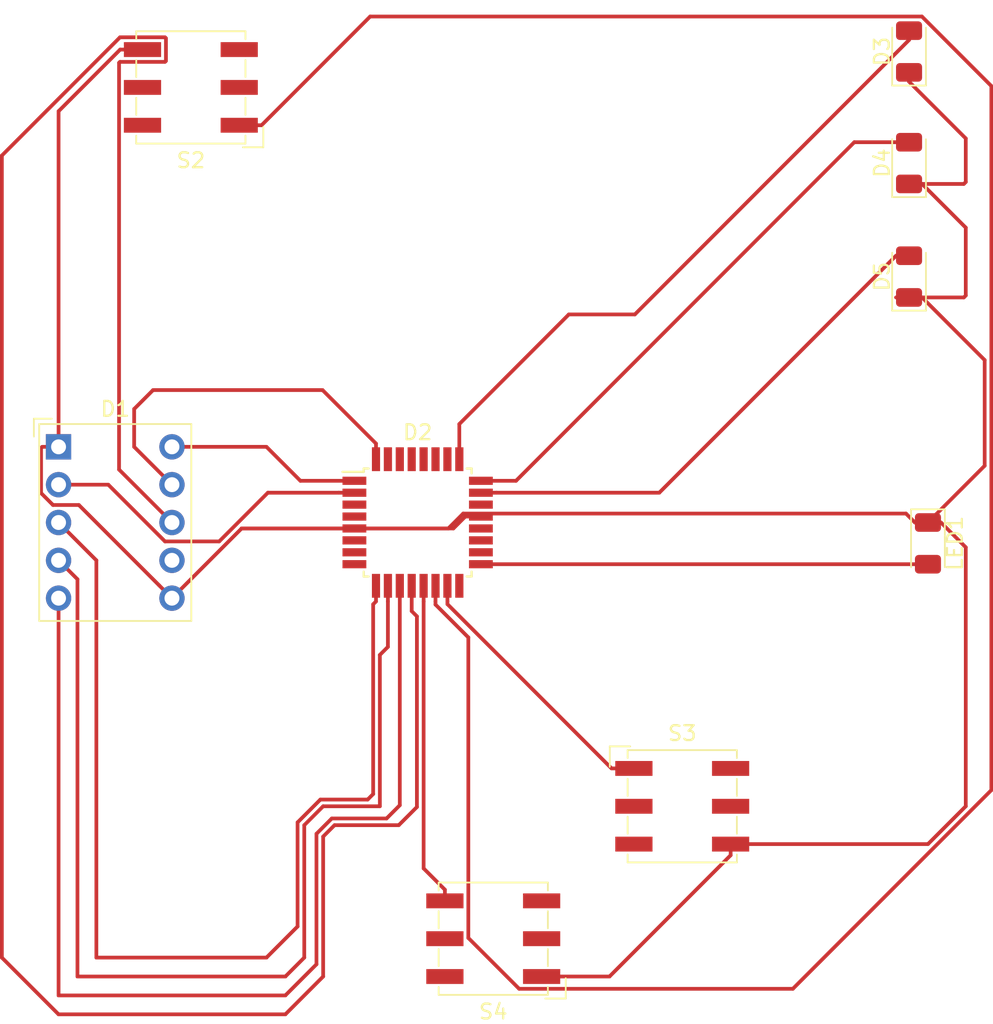
<source format=kicad_pcb>
(kicad_pcb (version 20171130) (host pcbnew 5.1.5+dfsg1-2build2)

  (general
    (thickness 1.6)
    (drawings 0)
    (tracks 141)
    (zones 0)
    (modules 9)
    (nets 33)
  )

  (page A4)
  (layers
    (0 F.Cu signal)
    (31 B.Cu signal)
    (32 B.Adhes user)
    (33 F.Adhes user)
    (34 B.Paste user)
    (35 F.Paste user)
    (36 B.SilkS user)
    (37 F.SilkS user)
    (38 B.Mask user)
    (39 F.Mask user)
    (40 Dwgs.User user)
    (41 Cmts.User user)
    (42 Eco1.User user)
    (43 Eco2.User user)
    (44 Edge.Cuts user)
    (45 Margin user)
    (46 B.CrtYd user)
    (47 F.CrtYd user)
    (48 B.Fab user)
    (49 F.Fab user)
  )

  (setup
    (last_trace_width 0.25)
    (trace_clearance 0.2)
    (zone_clearance 0.508)
    (zone_45_only no)
    (trace_min 0.2)
    (via_size 0.8)
    (via_drill 0.4)
    (via_min_size 0.4)
    (via_min_drill 0.3)
    (uvia_size 0.3)
    (uvia_drill 0.1)
    (uvias_allowed no)
    (uvia_min_size 0.2)
    (uvia_min_drill 0.1)
    (edge_width 0.05)
    (segment_width 0.2)
    (pcb_text_width 0.3)
    (pcb_text_size 1.5 1.5)
    (mod_edge_width 0.12)
    (mod_text_size 1 1)
    (mod_text_width 0.15)
    (pad_size 1.524 1.524)
    (pad_drill 0.762)
    (pad_to_mask_clearance 0.051)
    (solder_mask_min_width 0.25)
    (aux_axis_origin 0 0)
    (visible_elements FFFFFF7F)
    (pcbplotparams
      (layerselection 0x010fc_ffffffff)
      (usegerberextensions false)
      (usegerberattributes false)
      (usegerberadvancedattributes false)
      (creategerberjobfile false)
      (excludeedgelayer true)
      (linewidth 0.100000)
      (plotframeref false)
      (viasonmask false)
      (mode 1)
      (useauxorigin false)
      (hpglpennumber 1)
      (hpglpenspeed 20)
      (hpglpendiameter 15.000000)
      (psnegative false)
      (psa4output false)
      (plotreference true)
      (plotvalue true)
      (plotinvisibletext false)
      (padsonsilk false)
      (subtractmaskfromsilk false)
      (outputformat 1)
      (mirror false)
      (drillshape 1)
      (scaleselection 1)
      (outputdirectory ""))
  )

  (net 0 "")
  (net 1 "Net-(D1-Pad10)")
  (net 2 "Net-(D1-Pad9)")
  (net 3 "Net-(D1-Pad8)")
  (net 4 "Net-(D1-Pad7)")
  (net 5 GND)
  (net 6 "Net-(D1-Pad5)")
  (net 7 "Net-(D1-Pad4)")
  (net 8 "Net-(D1-Pad3)")
  (net 9 "Net-(D1-Pad2)")
  (net 10 "Net-(D2-Pad31)")
  (net 11 "Net-(D2-Pad30)")
  (net 12 "Net-(D2-Pad29)")
  (net 13 "Net-(D2-Pad28)")
  (net 14 "Net-(D2-Pad27)")
  (net 15 "Net-(D2-Pad26)")
  (net 16 "Net-(D2-Pad25)")
  (net 17 "Net-(D2-Pad24)")
  (net 18 "Net-(D2-Pad23)")
  (net 19 "Net-(D2-Pad22)")
  (net 20 "Net-(D2-Pad20)")
  (net 21 "Net-(D2-Pad19)")
  (net 22 "Net-(D2-Pad18)")
  (net 23 "Net-(D2-Pad17)")
  (net 24 "Net-(D2-Pad16)")
  (net 25 "Net-(D2-Pad15)")
  (net 26 "Net-(D2-Pad14)")
  (net 27 "Net-(D2-Pad13)")
  (net 28 "Net-(D2-Pad8)")
  (net 29 "Net-(D2-Pad7)")
  (net 30 "Net-(D2-Pad6)")
  (net 31 "Net-(D2-Pad4)")
  (net 32 "Net-(D2-Pad3)")

  (net_class Default "Это класс цепей по умолчанию."
    (clearance 0.2)
    (trace_width 0.25)
    (via_dia 0.8)
    (via_drill 0.4)
    (uvia_dia 0.3)
    (uvia_drill 0.1)
    (add_net GND)
    (add_net "Net-(D1-Pad10)")
    (add_net "Net-(D1-Pad2)")
    (add_net "Net-(D1-Pad3)")
    (add_net "Net-(D1-Pad4)")
    (add_net "Net-(D1-Pad5)")
    (add_net "Net-(D1-Pad7)")
    (add_net "Net-(D1-Pad8)")
    (add_net "Net-(D1-Pad9)")
    (add_net "Net-(D2-Pad13)")
    (add_net "Net-(D2-Pad14)")
    (add_net "Net-(D2-Pad15)")
    (add_net "Net-(D2-Pad16)")
    (add_net "Net-(D2-Pad17)")
    (add_net "Net-(D2-Pad18)")
    (add_net "Net-(D2-Pad19)")
    (add_net "Net-(D2-Pad20)")
    (add_net "Net-(D2-Pad22)")
    (add_net "Net-(D2-Pad23)")
    (add_net "Net-(D2-Pad24)")
    (add_net "Net-(D2-Pad25)")
    (add_net "Net-(D2-Pad26)")
    (add_net "Net-(D2-Pad27)")
    (add_net "Net-(D2-Pad28)")
    (add_net "Net-(D2-Pad29)")
    (add_net "Net-(D2-Pad3)")
    (add_net "Net-(D2-Pad30)")
    (add_net "Net-(D2-Pad31)")
    (add_net "Net-(D2-Pad4)")
    (add_net "Net-(D2-Pad6)")
    (add_net "Net-(D2-Pad7)")
    (add_net "Net-(D2-Pad8)")
  )

  (module Display_7Segment:Sx39-1xxxxx (layer F.Cu) (tedit 5D854641) (tstamp 6082AF24)
    (at 135.89 71.12)
    (descr "Single digit 7 segment LED display in red, yellow or green colour http://www.kingbrightusa.com/images/catalog/SPEC/sa39-11ewa.pdf")
    (tags "One digit LED 7 segment SA39-11 SC39-11 SA39-12 SC39-12")
    (path /607C12C6)
    (fp_text reference D1 (at 3.81 -2.54) (layer F.SilkS)
      (effects (font (size 1 1) (thickness 0.15)))
    )
    (fp_text value SA39-12SRWA (at 2.54 12.7) (layer F.Fab)
      (effects (font (size 1 1) (thickness 0.15)))
    )
    (fp_line (start -1.66 -1.89) (end -0.46 -1.89) (layer F.SilkS) (width 0.12))
    (fp_line (start -1.66 -0.69) (end -1.66 -1.89) (layer F.SilkS) (width 0.12))
    (fp_text user %R (at 3.81 5.08) (layer F.Fab)
      (effects (font (size 1 1) (thickness 0.15)))
    )
    (fp_line (start 8.92 -1.53) (end -1.3 -1.53) (layer F.SilkS) (width 0.12))
    (fp_line (start -1.3 -1.53) (end -1.3 11.69) (layer F.SilkS) (width 0.12))
    (fp_line (start -1.3 11.69) (end 8.92 11.69) (layer F.SilkS) (width 0.12))
    (fp_line (start 8.92 11.69) (end 8.92 -1.53) (layer F.SilkS) (width 0.12))
    (fp_line (start 8.81 -1.42) (end 8.81 11.58) (layer F.Fab) (width 0.1))
    (fp_line (start 8.81 11.58) (end -1.19 11.58) (layer F.Fab) (width 0.1))
    (fp_line (start -1.19 11.58) (end -1.19 -0.42) (layer F.Fab) (width 0.1))
    (fp_line (start -1.19 -0.42) (end -0.19 -1.42) (layer F.Fab) (width 0.1))
    (fp_line (start -0.19 -1.42) (end 8.81 -1.42) (layer F.Fab) (width 0.1))
    (fp_line (start 9.06 -1.67) (end 9.06 11.83) (layer F.CrtYd) (width 0.05))
    (fp_line (start 9.06 11.83) (end -1.44 11.83) (layer F.CrtYd) (width 0.05))
    (fp_line (start -1.44 11.83) (end -1.44 -1.67) (layer F.CrtYd) (width 0.05))
    (fp_line (start -1.44 -1.67) (end 9.06 -1.67) (layer F.CrtYd) (width 0.05))
    (pad 10 thru_hole circle (at 7.62 0) (size 1.7 1.7) (drill 1) (layers *.Cu *.Mask)
      (net 1 "Net-(D1-Pad10)"))
    (pad 9 thru_hole circle (at 7.62 2.54) (size 1.7 1.7) (drill 1) (layers *.Cu *.Mask)
      (net 2 "Net-(D1-Pad9)"))
    (pad 8 thru_hole circle (at 7.62 5.08) (size 1.7 1.7) (drill 1) (layers *.Cu *.Mask)
      (net 3 "Net-(D1-Pad8)"))
    (pad 7 thru_hole circle (at 7.62 7.62) (size 1.7 1.7) (drill 1) (layers *.Cu *.Mask)
      (net 4 "Net-(D1-Pad7)"))
    (pad 6 thru_hole circle (at 7.62 10.16) (size 1.7 1.7) (drill 1) (layers *.Cu *.Mask)
      (net 5 GND))
    (pad 5 thru_hole circle (at 0 10.16) (size 1.7 1.7) (drill 1) (layers *.Cu *.Mask)
      (net 6 "Net-(D1-Pad5)"))
    (pad 4 thru_hole circle (at 0 7.62) (size 1.7 1.7) (drill 1) (layers *.Cu *.Mask)
      (net 7 "Net-(D1-Pad4)"))
    (pad 3 thru_hole circle (at 0 5.08) (size 1.7 1.7) (drill 1) (layers *.Cu *.Mask)
      (net 8 "Net-(D1-Pad3)"))
    (pad 2 thru_hole circle (at 0 2.54) (size 1.7 1.7) (drill 1) (layers *.Cu *.Mask)
      (net 9 "Net-(D1-Pad2)"))
    (pad 1 thru_hole rect (at 0 0) (size 1.7 1.7) (drill 1) (layers *.Cu *.Mask)
      (net 5 GND))
    (model ${KISYS3DMOD}/Display_7Segment.3dshapes/Sx39-1xxxxx.wrl
      (at (xyz 0 0 0))
      (scale (xyz 1 1 1))
      (rotate (xyz 0 0 0))
    )
  )

  (module Package_QFP:TQFP-32_7x7mm_P0.8mm (layer F.Cu) (tedit 5A02F146) (tstamp 607AEC87)
    (at 160.02 76.2)
    (descr "32-Lead Plastic Thin Quad Flatpack (PT) - 7x7x1.0 mm Body, 2.00 mm [TQFP] (see Microchip Packaging Specification 00000049BS.pdf)")
    (tags "QFP 0.8")
    (path /6079A697)
    (attr smd)
    (fp_text reference D2 (at 0 -6.05) (layer F.SilkS)
      (effects (font (size 1 1) (thickness 0.15)))
    )
    (fp_text value ATmega328PB-AU (at 0 6.05) (layer F.Fab)
      (effects (font (size 1 1) (thickness 0.15)))
    )
    (fp_line (start -3.625 -3.4) (end -5.05 -3.4) (layer F.SilkS) (width 0.15))
    (fp_line (start 3.625 -3.625) (end 3.3 -3.625) (layer F.SilkS) (width 0.15))
    (fp_line (start 3.625 3.625) (end 3.3 3.625) (layer F.SilkS) (width 0.15))
    (fp_line (start -3.625 3.625) (end -3.3 3.625) (layer F.SilkS) (width 0.15))
    (fp_line (start -3.625 -3.625) (end -3.3 -3.625) (layer F.SilkS) (width 0.15))
    (fp_line (start -3.625 3.625) (end -3.625 3.3) (layer F.SilkS) (width 0.15))
    (fp_line (start 3.625 3.625) (end 3.625 3.3) (layer F.SilkS) (width 0.15))
    (fp_line (start 3.625 -3.625) (end 3.625 -3.3) (layer F.SilkS) (width 0.15))
    (fp_line (start -3.625 -3.625) (end -3.625 -3.4) (layer F.SilkS) (width 0.15))
    (fp_line (start -5.3 5.3) (end 5.3 5.3) (layer F.CrtYd) (width 0.05))
    (fp_line (start -5.3 -5.3) (end 5.3 -5.3) (layer F.CrtYd) (width 0.05))
    (fp_line (start 5.3 -5.3) (end 5.3 5.3) (layer F.CrtYd) (width 0.05))
    (fp_line (start -5.3 -5.3) (end -5.3 5.3) (layer F.CrtYd) (width 0.05))
    (fp_line (start -3.5 -2.5) (end -2.5 -3.5) (layer F.Fab) (width 0.15))
    (fp_line (start -3.5 3.5) (end -3.5 -2.5) (layer F.Fab) (width 0.15))
    (fp_line (start 3.5 3.5) (end -3.5 3.5) (layer F.Fab) (width 0.15))
    (fp_line (start 3.5 -3.5) (end 3.5 3.5) (layer F.Fab) (width 0.15))
    (fp_line (start -2.5 -3.5) (end 3.5 -3.5) (layer F.Fab) (width 0.15))
    (fp_text user %R (at 0 0) (layer F.Fab)
      (effects (font (size 1 1) (thickness 0.15)))
    )
    (pad 32 smd rect (at -2.8 -4.25 90) (size 1.6 0.55) (layers F.Cu F.Paste F.Mask)
      (net 2 "Net-(D1-Pad9)"))
    (pad 31 smd rect (at -2 -4.25 90) (size 1.6 0.55) (layers F.Cu F.Paste F.Mask)
      (net 10 "Net-(D2-Pad31)"))
    (pad 30 smd rect (at -1.2 -4.25 90) (size 1.6 0.55) (layers F.Cu F.Paste F.Mask)
      (net 11 "Net-(D2-Pad30)"))
    (pad 29 smd rect (at -0.4 -4.25 90) (size 1.6 0.55) (layers F.Cu F.Paste F.Mask)
      (net 12 "Net-(D2-Pad29)"))
    (pad 28 smd rect (at 0.4 -4.25 90) (size 1.6 0.55) (layers F.Cu F.Paste F.Mask)
      (net 13 "Net-(D2-Pad28)"))
    (pad 27 smd rect (at 1.2 -4.25 90) (size 1.6 0.55) (layers F.Cu F.Paste F.Mask)
      (net 14 "Net-(D2-Pad27)"))
    (pad 26 smd rect (at 2 -4.25 90) (size 1.6 0.55) (layers F.Cu F.Paste F.Mask)
      (net 15 "Net-(D2-Pad26)"))
    (pad 25 smd rect (at 2.8 -4.25 90) (size 1.6 0.55) (layers F.Cu F.Paste F.Mask)
      (net 16 "Net-(D2-Pad25)"))
    (pad 24 smd rect (at 4.25 -2.8) (size 1.6 0.55) (layers F.Cu F.Paste F.Mask)
      (net 17 "Net-(D2-Pad24)"))
    (pad 23 smd rect (at 4.25 -2) (size 1.6 0.55) (layers F.Cu F.Paste F.Mask)
      (net 18 "Net-(D2-Pad23)"))
    (pad 22 smd rect (at 4.25 -1.2) (size 1.6 0.55) (layers F.Cu F.Paste F.Mask)
      (net 19 "Net-(D2-Pad22)"))
    (pad 21 smd rect (at 4.25 -0.4) (size 1.6 0.55) (layers F.Cu F.Paste F.Mask)
      (net 5 GND))
    (pad 20 smd rect (at 4.25 0.4) (size 1.6 0.55) (layers F.Cu F.Paste F.Mask)
      (net 20 "Net-(D2-Pad20)"))
    (pad 19 smd rect (at 4.25 1.2) (size 1.6 0.55) (layers F.Cu F.Paste F.Mask)
      (net 21 "Net-(D2-Pad19)"))
    (pad 18 smd rect (at 4.25 2) (size 1.6 0.55) (layers F.Cu F.Paste F.Mask)
      (net 22 "Net-(D2-Pad18)"))
    (pad 17 smd rect (at 4.25 2.8) (size 1.6 0.55) (layers F.Cu F.Paste F.Mask)
      (net 23 "Net-(D2-Pad17)"))
    (pad 16 smd rect (at 2.8 4.25 90) (size 1.6 0.55) (layers F.Cu F.Paste F.Mask)
      (net 24 "Net-(D2-Pad16)"))
    (pad 15 smd rect (at 2 4.25 90) (size 1.6 0.55) (layers F.Cu F.Paste F.Mask)
      (net 25 "Net-(D2-Pad15)"))
    (pad 14 smd rect (at 1.2 4.25 90) (size 1.6 0.55) (layers F.Cu F.Paste F.Mask)
      (net 26 "Net-(D2-Pad14)"))
    (pad 13 smd rect (at 0.4 4.25 90) (size 1.6 0.55) (layers F.Cu F.Paste F.Mask)
      (net 27 "Net-(D2-Pad13)"))
    (pad 12 smd rect (at -0.4 4.25 90) (size 1.6 0.55) (layers F.Cu F.Paste F.Mask)
      (net 3 "Net-(D1-Pad8)"))
    (pad 11 smd rect (at -1.2 4.25 90) (size 1.6 0.55) (layers F.Cu F.Paste F.Mask)
      (net 6 "Net-(D1-Pad5)"))
    (pad 10 smd rect (at -2 4.25 90) (size 1.6 0.55) (layers F.Cu F.Paste F.Mask)
      (net 7 "Net-(D1-Pad4)"))
    (pad 9 smd rect (at -2.8 4.25 90) (size 1.6 0.55) (layers F.Cu F.Paste F.Mask)
      (net 8 "Net-(D1-Pad3)"))
    (pad 8 smd rect (at -4.25 2.8) (size 1.6 0.55) (layers F.Cu F.Paste F.Mask)
      (net 28 "Net-(D2-Pad8)"))
    (pad 7 smd rect (at -4.25 2) (size 1.6 0.55) (layers F.Cu F.Paste F.Mask)
      (net 29 "Net-(D2-Pad7)"))
    (pad 6 smd rect (at -4.25 1.2) (size 1.6 0.55) (layers F.Cu F.Paste F.Mask)
      (net 30 "Net-(D2-Pad6)"))
    (pad 5 smd rect (at -4.25 0.4) (size 1.6 0.55) (layers F.Cu F.Paste F.Mask)
      (net 5 GND))
    (pad 4 smd rect (at -4.25 -0.4) (size 1.6 0.55) (layers F.Cu F.Paste F.Mask)
      (net 31 "Net-(D2-Pad4)"))
    (pad 3 smd rect (at -4.25 -1.2) (size 1.6 0.55) (layers F.Cu F.Paste F.Mask)
      (net 32 "Net-(D2-Pad3)"))
    (pad 2 smd rect (at -4.25 -2) (size 1.6 0.55) (layers F.Cu F.Paste F.Mask)
      (net 9 "Net-(D1-Pad2)"))
    (pad 1 smd rect (at -4.25 -2.8) (size 1.6 0.55) (layers F.Cu F.Paste F.Mask)
      (net 1 "Net-(D1-Pad10)"))
    (model ${KISYS3DMOD}/Package_QFP.3dshapes/TQFP-32_7x7mm_P0.8mm.wrl
      (at (xyz 0 0 0))
      (scale (xyz 1 1 1))
      (rotate (xyz 0 0 0))
    )
  )

  (module Diode_SMD:D_1206_3216Metric (layer F.Cu) (tedit 5B301BBE) (tstamp 607AEC9A)
    (at 193.04 44.58 90)
    (descr "Diode SMD 1206 (3216 Metric), square (rectangular) end terminal, IPC_7351 nominal, (Body size source: http://www.tortai-tech.com/upload/download/2011102023233369053.pdf), generated with kicad-footprint-generator")
    (tags diode)
    (path /607A2FF4)
    (attr smd)
    (fp_text reference D3 (at 0 -1.82 90) (layer F.SilkS)
      (effects (font (size 1 1) (thickness 0.15)))
    )
    (fp_text value Красный (at 0 1.82 90) (layer F.Fab)
      (effects (font (size 1 1) (thickness 0.15)))
    )
    (fp_text user %R (at 0 0 90) (layer F.Fab)
      (effects (font (size 0.8 0.8) (thickness 0.12)))
    )
    (fp_line (start 2.28 1.12) (end -2.28 1.12) (layer F.CrtYd) (width 0.05))
    (fp_line (start 2.28 -1.12) (end 2.28 1.12) (layer F.CrtYd) (width 0.05))
    (fp_line (start -2.28 -1.12) (end 2.28 -1.12) (layer F.CrtYd) (width 0.05))
    (fp_line (start -2.28 1.12) (end -2.28 -1.12) (layer F.CrtYd) (width 0.05))
    (fp_line (start -2.285 1.135) (end 1.6 1.135) (layer F.SilkS) (width 0.12))
    (fp_line (start -2.285 -1.135) (end -2.285 1.135) (layer F.SilkS) (width 0.12))
    (fp_line (start 1.6 -1.135) (end -2.285 -1.135) (layer F.SilkS) (width 0.12))
    (fp_line (start 1.6 0.8) (end 1.6 -0.8) (layer F.Fab) (width 0.1))
    (fp_line (start -1.6 0.8) (end 1.6 0.8) (layer F.Fab) (width 0.1))
    (fp_line (start -1.6 -0.4) (end -1.6 0.8) (layer F.Fab) (width 0.1))
    (fp_line (start -1.2 -0.8) (end -1.6 -0.4) (layer F.Fab) (width 0.1))
    (fp_line (start 1.6 -0.8) (end -1.2 -0.8) (layer F.Fab) (width 0.1))
    (pad 2 smd roundrect (at 1.4 0 90) (size 1.25 1.75) (layers F.Cu F.Paste F.Mask) (roundrect_rratio 0.2)
      (net 16 "Net-(D2-Pad25)"))
    (pad 1 smd roundrect (at -1.4 0 90) (size 1.25 1.75) (layers F.Cu F.Paste F.Mask) (roundrect_rratio 0.2)
      (net 5 GND))
    (model ${KISYS3DMOD}/Diode_SMD.3dshapes/D_1206_3216Metric.wrl
      (at (xyz 0 0 0))
      (scale (xyz 1 1 1))
      (rotate (xyz 0 0 0))
    )
  )

  (module Diode_SMD:D_1206_3216Metric (layer F.Cu) (tedit 5B301BBE) (tstamp 607AECAD)
    (at 193.04 52.07 90)
    (descr "Diode SMD 1206 (3216 Metric), square (rectangular) end terminal, IPC_7351 nominal, (Body size source: http://www.tortai-tech.com/upload/download/2011102023233369053.pdf), generated with kicad-footprint-generator")
    (tags diode)
    (path /607A571B)
    (attr smd)
    (fp_text reference D4 (at 0 -1.82 90) (layer F.SilkS)
      (effects (font (size 1 1) (thickness 0.15)))
    )
    (fp_text value желтый (at 0 1.82 90) (layer F.Fab)
      (effects (font (size 1 1) (thickness 0.15)))
    )
    (fp_text user %R (at 0 0 90) (layer F.Fab)
      (effects (font (size 0.8 0.8) (thickness 0.12)))
    )
    (fp_line (start 2.28 1.12) (end -2.28 1.12) (layer F.CrtYd) (width 0.05))
    (fp_line (start 2.28 -1.12) (end 2.28 1.12) (layer F.CrtYd) (width 0.05))
    (fp_line (start -2.28 -1.12) (end 2.28 -1.12) (layer F.CrtYd) (width 0.05))
    (fp_line (start -2.28 1.12) (end -2.28 -1.12) (layer F.CrtYd) (width 0.05))
    (fp_line (start -2.285 1.135) (end 1.6 1.135) (layer F.SilkS) (width 0.12))
    (fp_line (start -2.285 -1.135) (end -2.285 1.135) (layer F.SilkS) (width 0.12))
    (fp_line (start 1.6 -1.135) (end -2.285 -1.135) (layer F.SilkS) (width 0.12))
    (fp_line (start 1.6 0.8) (end 1.6 -0.8) (layer F.Fab) (width 0.1))
    (fp_line (start -1.6 0.8) (end 1.6 0.8) (layer F.Fab) (width 0.1))
    (fp_line (start -1.6 -0.4) (end -1.6 0.8) (layer F.Fab) (width 0.1))
    (fp_line (start -1.2 -0.8) (end -1.6 -0.4) (layer F.Fab) (width 0.1))
    (fp_line (start 1.6 -0.8) (end -1.2 -0.8) (layer F.Fab) (width 0.1))
    (pad 2 smd roundrect (at 1.4 0 90) (size 1.25 1.75) (layers F.Cu F.Paste F.Mask) (roundrect_rratio 0.2)
      (net 17 "Net-(D2-Pad24)"))
    (pad 1 smd roundrect (at -1.4 0 90) (size 1.25 1.75) (layers F.Cu F.Paste F.Mask) (roundrect_rratio 0.2)
      (net 5 GND))
    (model ${KISYS3DMOD}/Diode_SMD.3dshapes/D_1206_3216Metric.wrl
      (at (xyz 0 0 0))
      (scale (xyz 1 1 1))
      (rotate (xyz 0 0 0))
    )
  )

  (module Diode_SMD:D_1206_3216Metric (layer F.Cu) (tedit 5B301BBE) (tstamp 607AECC0)
    (at 193.04 59.69 90)
    (descr "Diode SMD 1206 (3216 Metric), square (rectangular) end terminal, IPC_7351 nominal, (Body size source: http://www.tortai-tech.com/upload/download/2011102023233369053.pdf), generated with kicad-footprint-generator")
    (tags diode)
    (path /607A70C6)
    (attr smd)
    (fp_text reference D5 (at 0 -1.82 90) (layer F.SilkS)
      (effects (font (size 1 1) (thickness 0.15)))
    )
    (fp_text value зеленый (at 0 1.82 90) (layer F.Fab)
      (effects (font (size 1 1) (thickness 0.15)))
    )
    (fp_text user %R (at -1.27 -7.62 90) (layer F.Fab)
      (effects (font (size 0.8 0.8) (thickness 0.12)))
    )
    (fp_line (start 2.28 1.12) (end -2.28 1.12) (layer F.CrtYd) (width 0.05))
    (fp_line (start 2.28 -1.12) (end 2.28 1.12) (layer F.CrtYd) (width 0.05))
    (fp_line (start -2.28 -1.12) (end 2.28 -1.12) (layer F.CrtYd) (width 0.05))
    (fp_line (start -2.28 1.12) (end -2.28 -1.12) (layer F.CrtYd) (width 0.05))
    (fp_line (start -2.285 1.135) (end 1.6 1.135) (layer F.SilkS) (width 0.12))
    (fp_line (start -2.285 -1.135) (end -2.285 1.135) (layer F.SilkS) (width 0.12))
    (fp_line (start 1.6 -1.135) (end -2.285 -1.135) (layer F.SilkS) (width 0.12))
    (fp_line (start 1.6 0.8) (end 1.6 -0.8) (layer F.Fab) (width 0.1))
    (fp_line (start -1.6 0.8) (end 1.6 0.8) (layer F.Fab) (width 0.1))
    (fp_line (start -1.6 -0.4) (end -1.6 0.8) (layer F.Fab) (width 0.1))
    (fp_line (start -1.2 -0.8) (end -1.6 -0.4) (layer F.Fab) (width 0.1))
    (fp_line (start 1.6 -0.8) (end -1.2 -0.8) (layer F.Fab) (width 0.1))
    (pad 2 smd roundrect (at 1.4 0 90) (size 1.25 1.75) (layers F.Cu F.Paste F.Mask) (roundrect_rratio 0.2)
      (net 18 "Net-(D2-Pad23)"))
    (pad 1 smd roundrect (at -1.4 0 90) (size 1.25 1.75) (layers F.Cu F.Paste F.Mask) (roundrect_rratio 0.2)
      (net 5 GND))
    (model ${KISYS3DMOD}/Diode_SMD.3dshapes/D_1206_3216Metric.wrl
      (at (xyz 0 0 0))
      (scale (xyz 1 1 1))
      (rotate (xyz 0 0 0))
    )
  )

  (module Diode_SMD:D_1206_3216Metric (layer F.Cu) (tedit 5B301BBE) (tstamp 607AECD3)
    (at 194.31 77.6 270)
    (descr "Diode SMD 1206 (3216 Metric), square (rectangular) end terminal, IPC_7351 nominal, (Body size source: http://www.tortai-tech.com/upload/download/2011102023233369053.pdf), generated with kicad-footprint-generator")
    (tags diode)
    (path /607A5C28)
    (attr smd)
    (fp_text reference LED1 (at 0 -1.82 90) (layer F.SilkS)
      (effects (font (size 1 1) (thickness 0.15)))
    )
    (fp_text value LED_Small (at 0 1.82 90) (layer F.Fab)
      (effects (font (size 1 1) (thickness 0.15)))
    )
    (fp_text user %R (at 0 0 90) (layer F.Fab)
      (effects (font (size 0.8 0.8) (thickness 0.12)))
    )
    (fp_line (start 2.28 1.12) (end -2.28 1.12) (layer F.CrtYd) (width 0.05))
    (fp_line (start 2.28 -1.12) (end 2.28 1.12) (layer F.CrtYd) (width 0.05))
    (fp_line (start -2.28 -1.12) (end 2.28 -1.12) (layer F.CrtYd) (width 0.05))
    (fp_line (start -2.28 1.12) (end -2.28 -1.12) (layer F.CrtYd) (width 0.05))
    (fp_line (start -2.285 1.135) (end 1.6 1.135) (layer F.SilkS) (width 0.12))
    (fp_line (start -2.285 -1.135) (end -2.285 1.135) (layer F.SilkS) (width 0.12))
    (fp_line (start 1.6 -1.135) (end -2.285 -1.135) (layer F.SilkS) (width 0.12))
    (fp_line (start 1.6 0.8) (end 1.6 -0.8) (layer F.Fab) (width 0.1))
    (fp_line (start -1.6 0.8) (end 1.6 0.8) (layer F.Fab) (width 0.1))
    (fp_line (start -1.6 -0.4) (end -1.6 0.8) (layer F.Fab) (width 0.1))
    (fp_line (start -1.2 -0.8) (end -1.6 -0.4) (layer F.Fab) (width 0.1))
    (fp_line (start 1.6 -0.8) (end -1.2 -0.8) (layer F.Fab) (width 0.1))
    (pad 2 smd roundrect (at 1.4 0 270) (size 1.25 1.75) (layers F.Cu F.Paste F.Mask) (roundrect_rratio 0.2)
      (net 23 "Net-(D2-Pad17)"))
    (pad 1 smd roundrect (at -1.4 0 270) (size 1.25 1.75) (layers F.Cu F.Paste F.Mask) (roundrect_rratio 0.2)
      (net 5 GND))
    (model ${KISYS3DMOD}/Diode_SMD.3dshapes/D_1206_3216Metric.wrl
      (at (xyz 0 0 0))
      (scale (xyz 1 1 1))
      (rotate (xyz 0 0 0))
    )
  )

  (module Button_Switch_SMD:Nidec_Copal_SH-7010A (layer F.Cu) (tedit 5A02FC95) (tstamp 6082AE71)
    (at 144.78 46.99 180)
    (descr "4-bit rotary coded switch, J-hook, https://www.nidec-copal-electronics.com/e/catalog/switch/sh-7000.pdf")
    (tags "rotary switch bcd")
    (path /607D81BA)
    (attr smd)
    (fp_text reference S2 (at 0 -4.9) (layer F.SilkS)
      (effects (font (size 1 1) (thickness 0.15)))
    )
    (fp_text value SW_Push (at 0 4.9) (layer F.Fab)
      (effects (font (size 1 1) (thickness 0.15)))
    )
    (fp_text user %R (at 0 0) (layer F.Fab)
      (effects (font (size 1 1) (thickness 0.15)))
    )
    (fp_line (start 4.75 -3.9) (end -4.75 -3.9) (layer F.CrtYd) (width 0.05))
    (fp_line (start 4.75 3.9) (end 4.75 -3.9) (layer F.CrtYd) (width 0.05))
    (fp_line (start -4.75 3.9) (end 4.75 3.9) (layer F.CrtYd) (width 0.05))
    (fp_line (start -4.75 -3.9) (end -4.75 3.9) (layer F.CrtYd) (width 0.05))
    (fp_line (start -4.87 -4.02) (end -3.5 -4.02) (layer F.SilkS) (width 0.12))
    (fp_line (start -4.87 -2.65) (end -4.87 -4.02) (layer F.SilkS) (width 0.12))
    (fp_line (start 3.67 0.7) (end 3.67 1.84) (layer F.SilkS) (width 0.12))
    (fp_line (start 3.67 -1.84) (end 3.67 -0.7) (layer F.SilkS) (width 0.12))
    (fp_line (start -3.67 0.7) (end -3.67 1.84) (layer F.SilkS) (width 0.12))
    (fp_line (start -3.67 -1.84) (end -3.67 -0.7) (layer F.SilkS) (width 0.12))
    (fp_line (start 3.67 3.77) (end 3.67 3.24) (layer F.SilkS) (width 0.12))
    (fp_line (start -3.67 3.77) (end 3.67 3.77) (layer F.SilkS) (width 0.12))
    (fp_line (start -3.67 3.24) (end -3.67 3.77) (layer F.SilkS) (width 0.12))
    (fp_line (start 3.67 -3.77) (end 3.67 -3.24) (layer F.SilkS) (width 0.12))
    (fp_line (start -3.67 -3.77) (end 3.67 -3.77) (layer F.SilkS) (width 0.12))
    (fp_line (start -3.67 -3.24) (end -3.67 -3.77) (layer F.SilkS) (width 0.12))
    (fp_line (start -3.55 -2.65) (end -2.55 -3.65) (layer F.Fab) (width 0.1))
    (fp_line (start -3.55 3.65) (end -3.55 -2.65) (layer F.Fab) (width 0.1))
    (fp_line (start 3.55 3.65) (end -3.55 3.65) (layer F.Fab) (width 0.1))
    (fp_line (start 3.55 -3.65) (end 3.55 3.65) (layer F.Fab) (width 0.1))
    (fp_line (start -2.55 -3.65) (end 3.55 -3.65) (layer F.Fab) (width 0.1))
    (pad 2 smd rect (at 3.25 2.54 180) (size 2.5 1) (layers F.Cu F.Paste F.Mask)
      (net 5 GND))
    (pad 4 smd rect (at -3.25 2.54 180) (size 2.5 1) (layers F.Cu F.Paste F.Mask))
    (pad C smd rect (at 3.25 0 180) (size 2.5 1) (layers F.Cu F.Paste F.Mask))
    (pad C smd rect (at -3.25 0 180) (size 2.5 1) (layers F.Cu F.Paste F.Mask))
    (pad 8 smd rect (at 3.25 -2.54 180) (size 2.5 1) (layers F.Cu F.Paste F.Mask))
    (pad 1 smd rect (at -3.25 -2.54 180) (size 2.5 1) (layers F.Cu F.Paste F.Mask)
      (net 26 "Net-(D2-Pad14)"))
    (model ${KISYS3DMOD}/Button_Switch_SMD.3dshapes/Nidec_Copal_SH-7010A.wrl
      (at (xyz 0 0 0))
      (scale (xyz 1 1 1))
      (rotate (xyz 0 0 0))
    )
  )

  (module Button_Switch_SMD:Nidec_Copal_SH-7010A (layer F.Cu) (tedit 5A02FC95) (tstamp 607AED13)
    (at 177.8 95.25)
    (descr "4-bit rotary coded switch, J-hook, https://www.nidec-copal-electronics.com/e/catalog/switch/sh-7000.pdf")
    (tags "rotary switch bcd")
    (path /607D8D5B)
    (attr smd)
    (fp_text reference S3 (at 0 -4.9) (layer F.SilkS)
      (effects (font (size 1 1) (thickness 0.15)))
    )
    (fp_text value SW_Push (at 0 4.9) (layer F.Fab)
      (effects (font (size 1 1) (thickness 0.15)))
    )
    (fp_text user %R (at 0 0) (layer F.Fab)
      (effects (font (size 1 1) (thickness 0.15)))
    )
    (fp_line (start 4.75 -3.9) (end -4.75 -3.9) (layer F.CrtYd) (width 0.05))
    (fp_line (start 4.75 3.9) (end 4.75 -3.9) (layer F.CrtYd) (width 0.05))
    (fp_line (start -4.75 3.9) (end 4.75 3.9) (layer F.CrtYd) (width 0.05))
    (fp_line (start -4.75 -3.9) (end -4.75 3.9) (layer F.CrtYd) (width 0.05))
    (fp_line (start -4.87 -4.02) (end -3.5 -4.02) (layer F.SilkS) (width 0.12))
    (fp_line (start -4.87 -2.65) (end -4.87 -4.02) (layer F.SilkS) (width 0.12))
    (fp_line (start 3.67 0.7) (end 3.67 1.84) (layer F.SilkS) (width 0.12))
    (fp_line (start 3.67 -1.84) (end 3.67 -0.7) (layer F.SilkS) (width 0.12))
    (fp_line (start -3.67 0.7) (end -3.67 1.84) (layer F.SilkS) (width 0.12))
    (fp_line (start -3.67 -1.84) (end -3.67 -0.7) (layer F.SilkS) (width 0.12))
    (fp_line (start 3.67 3.77) (end 3.67 3.24) (layer F.SilkS) (width 0.12))
    (fp_line (start -3.67 3.77) (end 3.67 3.77) (layer F.SilkS) (width 0.12))
    (fp_line (start -3.67 3.24) (end -3.67 3.77) (layer F.SilkS) (width 0.12))
    (fp_line (start 3.67 -3.77) (end 3.67 -3.24) (layer F.SilkS) (width 0.12))
    (fp_line (start -3.67 -3.77) (end 3.67 -3.77) (layer F.SilkS) (width 0.12))
    (fp_line (start -3.67 -3.24) (end -3.67 -3.77) (layer F.SilkS) (width 0.12))
    (fp_line (start -3.55 -2.65) (end -2.55 -3.65) (layer F.Fab) (width 0.1))
    (fp_line (start -3.55 3.65) (end -3.55 -2.65) (layer F.Fab) (width 0.1))
    (fp_line (start 3.55 3.65) (end -3.55 3.65) (layer F.Fab) (width 0.1))
    (fp_line (start 3.55 -3.65) (end 3.55 3.65) (layer F.Fab) (width 0.1))
    (fp_line (start -2.55 -3.65) (end 3.55 -3.65) (layer F.Fab) (width 0.1))
    (pad 2 smd rect (at 3.25 2.54) (size 2.5 1) (layers F.Cu F.Paste F.Mask)
      (net 5 GND))
    (pad 4 smd rect (at -3.25 2.54) (size 2.5 1) (layers F.Cu F.Paste F.Mask))
    (pad C smd rect (at 3.25 0) (size 2.5 1) (layers F.Cu F.Paste F.Mask))
    (pad C smd rect (at -3.25 0) (size 2.5 1) (layers F.Cu F.Paste F.Mask))
    (pad 8 smd rect (at 3.25 -2.54) (size 2.5 1) (layers F.Cu F.Paste F.Mask))
    (pad 1 smd rect (at -3.25 -2.54) (size 2.5 1) (layers F.Cu F.Paste F.Mask)
      (net 25 "Net-(D2-Pad15)"))
    (model ${KISYS3DMOD}/Button_Switch_SMD.3dshapes/Nidec_Copal_SH-7010A.wrl
      (at (xyz 0 0 0))
      (scale (xyz 1 1 1))
      (rotate (xyz 0 0 0))
    )
  )

  (module Button_Switch_SMD:Nidec_Copal_SH-7010A (layer F.Cu) (tedit 5A02FC95) (tstamp 6082C7C9)
    (at 165.1 104.14 180)
    (descr "4-bit rotary coded switch, J-hook, https://www.nidec-copal-electronics.com/e/catalog/switch/sh-7000.pdf")
    (tags "rotary switch bcd")
    (path /607C2447)
    (attr smd)
    (fp_text reference S4 (at 0 -4.9) (layer F.SilkS)
      (effects (font (size 1 1) (thickness 0.15)))
    )
    (fp_text value SP1 (at 0 4.9) (layer F.Fab)
      (effects (font (size 1 1) (thickness 0.15)))
    )
    (fp_text user %R (at 0 0) (layer F.Fab)
      (effects (font (size 1 1) (thickness 0.15)))
    )
    (fp_line (start 4.75 -3.9) (end -4.75 -3.9) (layer F.CrtYd) (width 0.05))
    (fp_line (start 4.75 3.9) (end 4.75 -3.9) (layer F.CrtYd) (width 0.05))
    (fp_line (start -4.75 3.9) (end 4.75 3.9) (layer F.CrtYd) (width 0.05))
    (fp_line (start -4.75 -3.9) (end -4.75 3.9) (layer F.CrtYd) (width 0.05))
    (fp_line (start -4.87 -4.02) (end -3.5 -4.02) (layer F.SilkS) (width 0.12))
    (fp_line (start -4.87 -2.65) (end -4.87 -4.02) (layer F.SilkS) (width 0.12))
    (fp_line (start 3.67 0.7) (end 3.67 1.84) (layer F.SilkS) (width 0.12))
    (fp_line (start 3.67 -1.84) (end 3.67 -0.7) (layer F.SilkS) (width 0.12))
    (fp_line (start -3.67 0.7) (end -3.67 1.84) (layer F.SilkS) (width 0.12))
    (fp_line (start -3.67 -1.84) (end -3.67 -0.7) (layer F.SilkS) (width 0.12))
    (fp_line (start 3.67 3.77) (end 3.67 3.24) (layer F.SilkS) (width 0.12))
    (fp_line (start -3.67 3.77) (end 3.67 3.77) (layer F.SilkS) (width 0.12))
    (fp_line (start -3.67 3.24) (end -3.67 3.77) (layer F.SilkS) (width 0.12))
    (fp_line (start 3.67 -3.77) (end 3.67 -3.24) (layer F.SilkS) (width 0.12))
    (fp_line (start -3.67 -3.77) (end 3.67 -3.77) (layer F.SilkS) (width 0.12))
    (fp_line (start -3.67 -3.24) (end -3.67 -3.77) (layer F.SilkS) (width 0.12))
    (fp_line (start -3.55 -2.65) (end -2.55 -3.65) (layer F.Fab) (width 0.1))
    (fp_line (start -3.55 3.65) (end -3.55 -2.65) (layer F.Fab) (width 0.1))
    (fp_line (start 3.55 3.65) (end -3.55 3.65) (layer F.Fab) (width 0.1))
    (fp_line (start 3.55 -3.65) (end 3.55 3.65) (layer F.Fab) (width 0.1))
    (fp_line (start -2.55 -3.65) (end 3.55 -3.65) (layer F.Fab) (width 0.1))
    (pad 2 smd rect (at 3.25 2.54 180) (size 2.5 1) (layers F.Cu F.Paste F.Mask)
      (net 27 "Net-(D2-Pad13)"))
    (pad 4 smd rect (at -3.25 2.54 180) (size 2.5 1) (layers F.Cu F.Paste F.Mask))
    (pad C smd rect (at 3.25 0 180) (size 2.5 1) (layers F.Cu F.Paste F.Mask))
    (pad C smd rect (at -3.25 0 180) (size 2.5 1) (layers F.Cu F.Paste F.Mask))
    (pad 8 smd rect (at 3.25 -2.54 180) (size 2.5 1) (layers F.Cu F.Paste F.Mask))
    (pad 1 smd rect (at -3.25 -2.54 180) (size 2.5 1) (layers F.Cu F.Paste F.Mask)
      (net 5 GND))
    (model ${KISYS3DMOD}/Button_Switch_SMD.3dshapes/Nidec_Copal_SH-7010A.wrl
      (at (xyz 0 0 0))
      (scale (xyz 1 1 1))
      (rotate (xyz 0 0 0))
    )
  )

  (segment (start 143.51 71.12) (end 149.86 71.12) (width 0.25) (layer F.Cu) (net 1))
  (segment (start 152.14 73.4) (end 155.77 73.4) (width 0.25) (layer F.Cu) (net 1))
  (segment (start 149.86 71.12) (end 152.14 73.4) (width 0.25) (layer F.Cu) (net 1))
  (segment (start 143.51 73.66) (end 140.97 71.12) (width 0.25) (layer F.Cu) (net 2))
  (segment (start 140.97 71.12) (end 140.97 68.58) (width 0.25) (layer F.Cu) (net 2))
  (segment (start 140.97 68.58) (end 142.24 67.31) (width 0.25) (layer F.Cu) (net 2))
  (segment (start 157.22 70.9) (end 157.22 71.95) (width 0.25) (layer F.Cu) (net 2))
  (segment (start 153.63 67.31) (end 157.22 70.9) (width 0.25) (layer F.Cu) (net 2))
  (segment (start 142.24 67.31) (end 153.63 67.31) (width 0.25) (layer F.Cu) (net 2))
  (segment (start 135.89 109.22) (end 151.13 109.22) (width 0.25) (layer F.Cu) (net 3))
  (segment (start 151.13 109.22) (end 153.67 106.68) (width 0.25) (layer F.Cu) (net 3))
  (segment (start 132.08 51.564998) (end 132.08 105.41) (width 0.25) (layer F.Cu) (net 3))
  (segment (start 143.040001 43.624999) (end 140.019999 43.624999) (width 0.25) (layer F.Cu) (net 3))
  (segment (start 140.019999 43.624999) (end 132.08 51.564998) (width 0.25) (layer F.Cu) (net 3))
  (segment (start 132.08 105.41) (end 135.89 109.22) (width 0.25) (layer F.Cu) (net 3))
  (segment (start 143.105001 45.210001) (end 143.105001 43.689999) (width 0.25) (layer F.Cu) (net 3))
  (segment (start 159.96999 95.30001) (end 159.96999 82.49999) (width 0.25) (layer F.Cu) (net 3))
  (segment (start 143.040001 45.275001) (end 143.105001 45.210001) (width 0.25) (layer F.Cu) (net 3))
  (segment (start 140.019999 45.275001) (end 143.040001 45.275001) (width 0.25) (layer F.Cu) (net 3))
  (segment (start 139.954999 45.340001) (end 140.019999 45.275001) (width 0.25) (layer F.Cu) (net 3))
  (segment (start 143.105001 43.689999) (end 143.040001 43.624999) (width 0.25) (layer F.Cu) (net 3))
  (segment (start 158.75 96.52) (end 159.96999 95.30001) (width 0.25) (layer F.Cu) (net 3))
  (segment (start 139.954999 72.644999) (end 139.954999 45.340001) (width 0.25) (layer F.Cu) (net 3))
  (segment (start 143.51 76.2) (end 139.954999 72.644999) (width 0.25) (layer F.Cu) (net 3))
  (segment (start 153.67 106.68) (end 153.67 97.284998) (width 0.25) (layer F.Cu) (net 3))
  (segment (start 153.67 97.284998) (end 154.434998 96.52) (width 0.25) (layer F.Cu) (net 3))
  (segment (start 154.434998 96.52) (end 158.75 96.52) (width 0.25) (layer F.Cu) (net 3))
  (segment (start 159.96999 82.49999) (end 159.62 82.15) (width 0.25) (layer F.Cu) (net 3))
  (segment (start 159.62 82.15) (end 159.62 80.45) (width 0.25) (layer F.Cu) (net 3))
  (segment (start 140.03 44.45) (end 141.53 44.45) (width 0.25) (layer F.Cu) (net 5))
  (segment (start 135.89 48.59) (end 140.03 44.45) (width 0.25) (layer F.Cu) (net 5))
  (segment (start 135.89 71.12) (end 135.89 48.59) (width 0.25) (layer F.Cu) (net 5))
  (segment (start 193.04 46.605) (end 196.85 50.415) (width 0.25) (layer F.Cu) (net 5))
  (segment (start 193.04 45.98) (end 193.04 46.605) (width 0.25) (layer F.Cu) (net 5))
  (segment (start 196.85 50.415) (end 196.85 53.34) (width 0.25) (layer F.Cu) (net 5))
  (segment (start 196.72 53.47) (end 193.04 53.47) (width 0.25) (layer F.Cu) (net 5))
  (segment (start 196.85 53.34) (end 196.72 53.47) (width 0.25) (layer F.Cu) (net 5))
  (segment (start 193.915 53.47) (end 196.85 56.405) (width 0.25) (layer F.Cu) (net 5))
  (segment (start 193.04 53.47) (end 193.915 53.47) (width 0.25) (layer F.Cu) (net 5))
  (segment (start 196.85 56.405) (end 196.85 60.96) (width 0.25) (layer F.Cu) (net 5))
  (segment (start 196.72 61.09) (end 193.04 61.09) (width 0.25) (layer F.Cu) (net 5))
  (segment (start 196.85 60.96) (end 196.72 61.09) (width 0.25) (layer F.Cu) (net 5))
  (segment (start 163.22 75.8) (end 164.27 75.8) (width 0.25) (layer F.Cu) (net 5))
  (segment (start 162.42 76.6) (end 163.22 75.8) (width 0.25) (layer F.Cu) (net 5))
  (segment (start 155.77 76.6) (end 162.42 76.6) (width 0.25) (layer F.Cu) (net 5))
  (segment (start 148.19 76.6) (end 155.77 76.6) (width 0.25) (layer F.Cu) (net 5))
  (segment (start 142.660001 80.430001) (end 143.51 81.28) (width 0.25) (layer F.Cu) (net 5))
  (segment (start 137.254999 75.024999) (end 142.660001 80.430001) (width 0.25) (layer F.Cu) (net 5))
  (segment (start 135.515997 75.024999) (end 137.254999 75.024999) (width 0.25) (layer F.Cu) (net 5))
  (segment (start 134.714999 71.195001) (end 134.714999 74.224001) (width 0.25) (layer F.Cu) (net 5))
  (segment (start 134.79 71.12) (end 134.714999 71.195001) (width 0.25) (layer F.Cu) (net 5))
  (segment (start 134.714999 74.224001) (end 135.515997 75.024999) (width 0.25) (layer F.Cu) (net 5))
  (segment (start 135.89 71.12) (end 134.79 71.12) (width 0.25) (layer F.Cu) (net 5))
  (segment (start 193.04 61.09) (end 193.915 61.09) (width 0.25) (layer F.Cu) (net 5))
  (segment (start 193.04 61.09) (end 192.165 61.09) (width 0.25) (layer F.Cu) (net 5))
  (segment (start 193.915 61.09) (end 198.12 65.295) (width 0.25) (layer F.Cu) (net 5))
  (segment (start 198.12 65.295) (end 198.12 72.39) (width 0.25) (layer F.Cu) (net 5))
  (segment (start 198.12 72.39) (end 194.31 76.2) (width 0.25) (layer F.Cu) (net 5))
  (segment (start 195.185 76.2) (end 196.85 77.865) (width 0.25) (layer F.Cu) (net 5))
  (segment (start 194.31 76.2) (end 195.185 76.2) (width 0.25) (layer F.Cu) (net 5))
  (segment (start 196.85 77.865) (end 196.85 95.25) (width 0.25) (layer F.Cu) (net 5))
  (segment (start 194.31 97.79) (end 181.05 97.79) (width 0.25) (layer F.Cu) (net 5))
  (segment (start 196.85 95.25) (end 194.31 97.79) (width 0.25) (layer F.Cu) (net 5))
  (segment (start 193.435 76.2) (end 194.31 76.2) (width 0.25) (layer F.Cu) (net 5))
  (segment (start 192.835001 75.600001) (end 193.435 76.2) (width 0.25) (layer F.Cu) (net 5))
  (segment (start 163.079999 75.600001) (end 192.835001 75.600001) (width 0.25) (layer F.Cu) (net 5))
  (segment (start 162.08 76.6) (end 163.079999 75.600001) (width 0.25) (layer F.Cu) (net 5))
  (segment (start 148.19 76.6) (end 162.08 76.6) (width 0.25) (layer F.Cu) (net 5))
  (segment (start 143.51 81.28) (end 148.19 76.6) (width 0.25) (layer F.Cu) (net 5))
  (segment (start 181.05 98.54) (end 181.05 97.79) (width 0.25) (layer F.Cu) (net 5))
  (segment (start 172.91 106.68) (end 181.05 98.54) (width 0.25) (layer F.Cu) (net 5))
  (segment (start 168.35 106.68) (end 172.91 106.68) (width 0.25) (layer F.Cu) (net 5))
  (segment (start 135.89 81.28) (end 135.89 107.95) (width 0.25) (layer F.Cu) (net 6))
  (segment (start 135.89 107.95) (end 151.13 107.95) (width 0.25) (layer F.Cu) (net 6))
  (segment (start 151.13 107.95) (end 153.21999 105.86001) (width 0.25) (layer F.Cu) (net 6))
  (segment (start 153.219991 97.098597) (end 154.248598 96.06999) (width 0.25) (layer F.Cu) (net 6))
  (segment (start 153.21999 105.86001) (end 153.219991 97.098597) (width 0.25) (layer F.Cu) (net 6))
  (segment (start 154.248598 96.06999) (end 157.93001 96.06999) (width 0.25) (layer F.Cu) (net 6))
  (segment (start 158.82 95.18) (end 158.82 80.45) (width 0.25) (layer F.Cu) (net 6))
  (segment (start 157.93001 96.06999) (end 158.82 95.18) (width 0.25) (layer F.Cu) (net 6))
  (segment (start 135.89 78.74) (end 137.16 80.01) (width 0.25) (layer F.Cu) (net 7))
  (segment (start 137.16 80.01) (end 137.16 106.68) (width 0.25) (layer F.Cu) (net 7))
  (segment (start 137.16 106.68) (end 151.13 106.68) (width 0.25) (layer F.Cu) (net 7))
  (segment (start 151.13 106.68) (end 152.4 105.41) (width 0.25) (layer F.Cu) (net 7))
  (segment (start 152.4 105.41) (end 152.4 96.52) (width 0.25) (layer F.Cu) (net 7))
  (segment (start 152.4 96.52) (end 153.67 95.25) (width 0.25) (layer F.Cu) (net 7))
  (segment (start 153.67 95.25) (end 157.48 95.25) (width 0.25) (layer F.Cu) (net 7))
  (segment (start 158.02 81.5) (end 158.02 80.45) (width 0.25) (layer F.Cu) (net 7))
  (segment (start 158.02 84.55) (end 158.02 81.5) (width 0.25) (layer F.Cu) (net 7))
  (segment (start 157.48 85.09) (end 158.02 84.55) (width 0.25) (layer F.Cu) (net 7))
  (segment (start 157.48 95.25) (end 157.48 85.09) (width 0.25) (layer F.Cu) (net 7))
  (segment (start 156.66001 94.79999) (end 157.02999 94.43001) (width 0.25) (layer F.Cu) (net 8))
  (segment (start 157.02999 94.43001) (end 157.02999 81.69001) (width 0.25) (layer F.Cu) (net 8))
  (segment (start 151.949991 96.333599) (end 153.4836 94.79999) (width 0.25) (layer F.Cu) (net 8))
  (segment (start 151.94999 103.32001) (end 151.949991 96.333599) (width 0.25) (layer F.Cu) (net 8))
  (segment (start 149.86 105.41) (end 151.94999 103.32001) (width 0.25) (layer F.Cu) (net 8))
  (segment (start 157.02999 81.69001) (end 157.22 81.5) (width 0.25) (layer F.Cu) (net 8))
  (segment (start 153.4836 94.79999) (end 156.66001 94.79999) (width 0.25) (layer F.Cu) (net 8))
  (segment (start 138.43 78.74) (end 138.43 105.41) (width 0.25) (layer F.Cu) (net 8))
  (segment (start 157.22 81.5) (end 157.22 80.45) (width 0.25) (layer F.Cu) (net 8))
  (segment (start 138.43 105.41) (end 149.86 105.41) (width 0.25) (layer F.Cu) (net 8))
  (segment (start 135.89 76.2) (end 138.43 78.74) (width 0.25) (layer F.Cu) (net 8))
  (segment (start 154.72 74.2) (end 155.77 74.2) (width 0.25) (layer F.Cu) (net 9))
  (segment (start 149.95359 74.2) (end 154.72 74.2) (width 0.25) (layer F.Cu) (net 9))
  (segment (start 146.68359 77.47) (end 149.95359 74.2) (width 0.25) (layer F.Cu) (net 9))
  (segment (start 143.040998 77.47) (end 146.68359 77.47) (width 0.25) (layer F.Cu) (net 9))
  (segment (start 139.230998 73.66) (end 143.040998 77.47) (width 0.25) (layer F.Cu) (net 9))
  (segment (start 135.89 73.66) (end 139.230998 73.66) (width 0.25) (layer F.Cu) (net 9))
  (segment (start 162.82 69.59) (end 162.82 71.95) (width 0.25) (layer F.Cu) (net 16))
  (segment (start 170.18 62.23) (end 162.82 69.59) (width 0.25) (layer F.Cu) (net 16))
  (segment (start 174.615 62.23) (end 170.18 62.23) (width 0.25) (layer F.Cu) (net 16))
  (segment (start 193.04 43.805) (end 174.615 62.23) (width 0.25) (layer F.Cu) (net 16))
  (segment (start 193.04 43.18) (end 193.04 43.805) (width 0.25) (layer F.Cu) (net 16))
  (segment (start 193.04 50.67) (end 189.36 50.67) (width 0.25) (layer F.Cu) (net 17))
  (segment (start 166.63 73.4) (end 164.27 73.4) (width 0.25) (layer F.Cu) (net 17))
  (segment (start 189.36 50.67) (end 166.63 73.4) (width 0.25) (layer F.Cu) (net 17))
  (segment (start 165.32 74.2) (end 164.27 74.2) (width 0.25) (layer F.Cu) (net 18))
  (segment (start 176.255 74.2) (end 165.32 74.2) (width 0.25) (layer F.Cu) (net 18))
  (segment (start 192.165 58.29) (end 176.255 74.2) (width 0.25) (layer F.Cu) (net 18))
  (segment (start 193.04 58.29) (end 192.165 58.29) (width 0.25) (layer F.Cu) (net 18))
  (segment (start 194.31 79) (end 164.27 79) (width 0.25) (layer F.Cu) (net 23))
  (segment (start 162.02 81.5) (end 162.02 80.45) (width 0.25) (layer F.Cu) (net 25))
  (segment (start 162.02 81.68) (end 162.02 81.5) (width 0.25) (layer F.Cu) (net 25))
  (segment (start 173.05 92.71) (end 162.02 81.68) (width 0.25) (layer F.Cu) (net 25))
  (segment (start 174.55 92.71) (end 173.05 92.71) (width 0.25) (layer F.Cu) (net 25))
  (segment (start 163.425001 83.915001) (end 161.22 81.71) (width 0.25) (layer F.Cu) (net 26))
  (segment (start 161.22 81.71) (end 161.22 81.5) (width 0.25) (layer F.Cu) (net 26))
  (segment (start 163.425001 104.090003) (end 163.425001 83.915001) (width 0.25) (layer F.Cu) (net 26))
  (segment (start 166.839999 107.505001) (end 163.425001 104.090003) (width 0.25) (layer F.Cu) (net 26))
  (segment (start 185.231409 107.505001) (end 166.839999 107.505001) (width 0.25) (layer F.Cu) (net 26))
  (segment (start 198.570009 94.166401) (end 185.231409 107.505001) (width 0.25) (layer F.Cu) (net 26))
  (segment (start 198.570009 46.896819) (end 198.570009 94.166401) (width 0.25) (layer F.Cu) (net 26))
  (segment (start 193.90318 42.22999) (end 198.570009 46.896819) (width 0.25) (layer F.Cu) (net 26))
  (segment (start 156.83001 42.22999) (end 193.90318 42.22999) (width 0.25) (layer F.Cu) (net 26))
  (segment (start 149.53 49.53) (end 156.83001 42.22999) (width 0.25) (layer F.Cu) (net 26))
  (segment (start 161.22 81.5) (end 161.22 80.45) (width 0.25) (layer F.Cu) (net 26))
  (segment (start 148.03 49.53) (end 149.53 49.53) (width 0.25) (layer F.Cu) (net 26))
  (segment (start 160.42 81.5) (end 160.42 80.45) (width 0.25) (layer F.Cu) (net 27))
  (segment (start 160.42 99.42) (end 160.42 81.5) (width 0.25) (layer F.Cu) (net 27))
  (segment (start 161.85 100.85) (end 160.42 99.42) (width 0.25) (layer F.Cu) (net 27))
  (segment (start 161.85 101.6) (end 161.85 100.85) (width 0.25) (layer F.Cu) (net 27))

)

</source>
